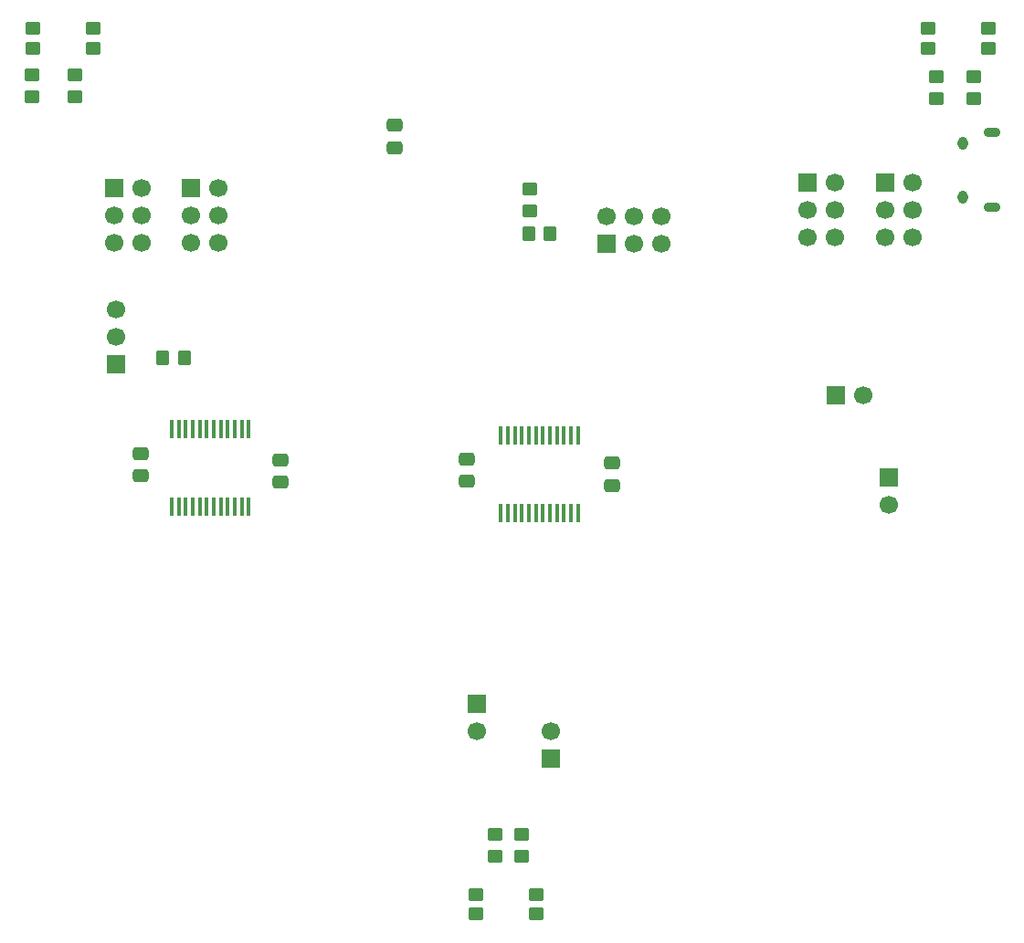
<source format=gbr>
%TF.GenerationSoftware,KiCad,Pcbnew,9.0.5*%
%TF.CreationDate,2025-10-26T18:09:26+01:00*%
%TF.ProjectId,MiniSumoSTM,4d696e69-5375-46d6-9f53-544d2e6b6963,rev?*%
%TF.SameCoordinates,Original*%
%TF.FileFunction,Soldermask,Bot*%
%TF.FilePolarity,Negative*%
%FSLAX46Y46*%
G04 Gerber Fmt 4.6, Leading zero omitted, Abs format (unit mm)*
G04 Created by KiCad (PCBNEW 9.0.5) date 2025-10-26 18:09:26*
%MOMM*%
%LPD*%
G01*
G04 APERTURE LIST*
G04 Aperture macros list*
%AMRoundRect*
0 Rectangle with rounded corners*
0 $1 Rounding radius*
0 $2 $3 $4 $5 $6 $7 $8 $9 X,Y pos of 4 corners*
0 Add a 4 corners polygon primitive as box body*
4,1,4,$2,$3,$4,$5,$6,$7,$8,$9,$2,$3,0*
0 Add four circle primitives for the rounded corners*
1,1,$1+$1,$2,$3*
1,1,$1+$1,$4,$5*
1,1,$1+$1,$6,$7*
1,1,$1+$1,$8,$9*
0 Add four rect primitives between the rounded corners*
20,1,$1+$1,$2,$3,$4,$5,0*
20,1,$1+$1,$4,$5,$6,$7,0*
20,1,$1+$1,$6,$7,$8,$9,0*
20,1,$1+$1,$8,$9,$2,$3,0*%
G04 Aperture macros list end*
%ADD10O,1.550000X0.890000*%
%ADD11O,0.950000X1.250000*%
%ADD12R,1.700000X1.700000*%
%ADD13C,1.700000*%
%ADD14RoundRect,0.250000X0.475000X-0.337500X0.475000X0.337500X-0.475000X0.337500X-0.475000X-0.337500X0*%
%ADD15RoundRect,0.250000X-0.475000X0.337500X-0.475000X-0.337500X0.475000X-0.337500X0.475000X0.337500X0*%
%ADD16RoundRect,0.250000X0.450000X-0.350000X0.450000X0.350000X-0.450000X0.350000X-0.450000X-0.350000X0*%
%ADD17RoundRect,0.250000X-0.450000X0.350000X-0.450000X-0.350000X0.450000X-0.350000X0.450000X0.350000X0*%
%ADD18RoundRect,0.250000X0.350000X0.450000X-0.350000X0.450000X-0.350000X-0.450000X0.350000X-0.450000X0*%
%ADD19RoundRect,0.250000X-0.350000X-0.450000X0.350000X-0.450000X0.350000X0.450000X-0.350000X0.450000X0*%
%ADD20R,0.450000X1.750000*%
%ADD21RoundRect,0.240000X-0.460000X0.360000X-0.460000X-0.360000X0.460000X-0.360000X0.460000X0.360000X0*%
G04 APERTURE END LIST*
D10*
%TO.C,J2*%
X196025000Y-68075000D03*
D11*
X193325000Y-69075000D03*
X193325000Y-74075000D03*
D10*
X196025000Y-75075000D03*
%TD*%
D12*
%TO.C,TF4*%
X121850000Y-73275000D03*
D13*
X124390000Y-73275000D03*
X121850000Y-75815000D03*
X124390000Y-75815000D03*
X121850000Y-78355000D03*
X124390000Y-78355000D03*
%TD*%
D12*
%TO.C,TF1*%
X178925000Y-72785000D03*
D13*
X181465000Y-72785000D03*
X178925000Y-75325000D03*
X181465000Y-75325000D03*
X178925000Y-77865000D03*
X181465000Y-77865000D03*
%TD*%
D12*
%TO.C,TF3*%
X114675000Y-73285000D03*
D13*
X117215000Y-73285000D03*
X114675000Y-75825000D03*
X117215000Y-75825000D03*
X114675000Y-78365000D03*
X117215000Y-78365000D03*
%TD*%
D12*
%TO.C,TF2*%
X186160000Y-72735000D03*
D13*
X188700000Y-72735000D03*
X186160000Y-75275000D03*
X188700000Y-75275000D03*
X186160000Y-77815000D03*
X188700000Y-77815000D03*
%TD*%
D12*
%TO.C,Sw_Pwr1*%
X181625000Y-92525000D03*
D13*
X184165000Y-92525000D03*
%TD*%
D12*
%TO.C,J10*%
X114900000Y-89600000D03*
D13*
X114900000Y-87060000D03*
X114900000Y-84520000D03*
%TD*%
D12*
%TO.C,J4*%
X160300000Y-78465000D03*
D13*
X160300000Y-75925000D03*
X162840000Y-78465000D03*
X162840000Y-75925000D03*
X165380000Y-78465000D03*
X165380000Y-75925000D03*
%TD*%
D12*
%TO.C,Batt_Pin1*%
X186475000Y-100100000D03*
D13*
X186475000Y-102640000D03*
%TD*%
D14*
%TO.C,C5*%
X140700000Y-67462500D03*
X140700000Y-69537500D03*
%TD*%
D15*
%TO.C,C10*%
X160830000Y-100857500D03*
X160830000Y-98782500D03*
%TD*%
%TO.C,C12*%
X147375000Y-100462500D03*
X147375000Y-98387500D03*
%TD*%
%TO.C,C15*%
X117125000Y-99962500D03*
X117125000Y-97887500D03*
%TD*%
%TO.C,C17*%
X130125000Y-100562500D03*
X130125000Y-98487500D03*
%TD*%
D13*
%TO.C,M1*%
X155150000Y-123660000D03*
D12*
X155150000Y-126200000D03*
%TD*%
D13*
%TO.C,M2*%
X148275000Y-123640000D03*
D12*
X148275000Y-121100000D03*
%TD*%
D16*
%TO.C,R1*%
X194375000Y-62975000D03*
X194375000Y-64975000D03*
%TD*%
%TO.C,R2*%
X190875000Y-62975000D03*
X190875000Y-64975000D03*
%TD*%
%TO.C,R3*%
X107075000Y-62800000D03*
X107075000Y-64800000D03*
%TD*%
%TO.C,R4*%
X111075000Y-62800000D03*
X111075000Y-64800000D03*
%TD*%
%TO.C,R5*%
X150000000Y-133200000D03*
X150000000Y-135200000D03*
%TD*%
D17*
%TO.C,R6*%
X152500000Y-135200000D03*
X152500000Y-133200000D03*
%TD*%
D18*
%TO.C,R7*%
X153100000Y-77500000D03*
X155100000Y-77500000D03*
%TD*%
D17*
%TO.C,R8*%
X153250000Y-75362500D03*
X153250000Y-73362500D03*
%TD*%
D19*
%TO.C,R16*%
X121225000Y-88975000D03*
X119225000Y-88975000D03*
%TD*%
D20*
%TO.C,U8*%
X157675000Y-103400000D03*
X157025000Y-103400000D03*
X156375000Y-103400000D03*
X155725000Y-103400000D03*
X155075000Y-103400000D03*
X154425000Y-103400000D03*
X153775000Y-103400000D03*
X153125000Y-103400000D03*
X152475000Y-103400000D03*
X151825000Y-103400000D03*
X151175000Y-103400000D03*
X150525000Y-103400000D03*
X150525000Y-96200000D03*
X151175000Y-96200000D03*
X151825000Y-96200000D03*
X152475000Y-96200000D03*
X153125000Y-96200000D03*
X153775000Y-96200000D03*
X154425000Y-96200000D03*
X155075000Y-96200000D03*
X155725000Y-96200000D03*
X156375000Y-96200000D03*
X157025000Y-96200000D03*
X157675000Y-96200000D03*
%TD*%
D21*
%TO.C,U2*%
X107125000Y-60275000D03*
X112725000Y-60275000D03*
X107125000Y-58475000D03*
X112725000Y-58475000D03*
%TD*%
%TO.C,U3*%
X148200000Y-140600000D03*
X153800000Y-140600000D03*
X148200000Y-138800000D03*
X153800000Y-138800000D03*
%TD*%
D20*
%TO.C,U9*%
X127175000Y-95625000D03*
X126525000Y-95625000D03*
X125875000Y-95625000D03*
X125225000Y-95625000D03*
X124575000Y-95625000D03*
X123925000Y-95625000D03*
X123275000Y-95625000D03*
X122625000Y-95625000D03*
X121975000Y-95625000D03*
X121325000Y-95625000D03*
X120675000Y-95625000D03*
X120025000Y-95625000D03*
X120025000Y-102825000D03*
X120675000Y-102825000D03*
X121325000Y-102825000D03*
X121975000Y-102825000D03*
X122625000Y-102825000D03*
X123275000Y-102825000D03*
X123925000Y-102825000D03*
X124575000Y-102825000D03*
X125225000Y-102825000D03*
X125875000Y-102825000D03*
X126525000Y-102825000D03*
X127175000Y-102825000D03*
%TD*%
D21*
%TO.C,U1*%
X190125000Y-60275000D03*
X195725000Y-60275000D03*
X190125000Y-58475000D03*
X195725000Y-58475000D03*
%TD*%
M02*

</source>
